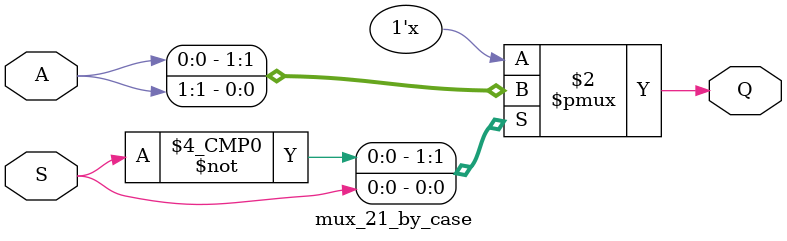
<source format=v>
`timescale 1ns / 1ps
module mux_21_by_case(A,S,Q);
input [1:0] A;
input S;
output reg Q;

always @(*)
begin
	case(S)
		1'b0 : Q = A[0];
		1'b1 : Q = A[1];
	endcase
end

endmodule

</source>
